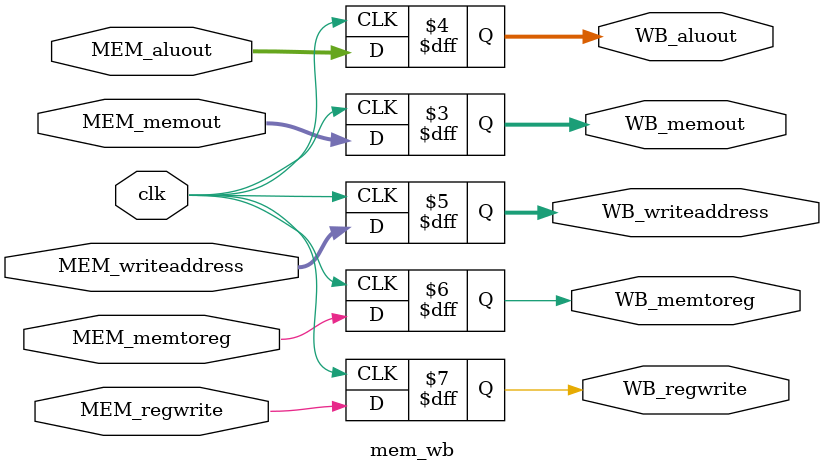
<source format=v>
module mem_wb(clk,      //no flush
                MEM_memout, MEM_aluout,
                MEM_writeaddress, 
                MEM_memtoreg, MEM_regwrite,
                WB_memout, WB_aluout,
                WB_writeaddress,
                WB_memtoreg, WB_regwrite);

    input clk;
    input [31:0] MEM_memout, MEM_aluout;
    input [4:0] MEM_writeaddress;
    input MEM_memtoreg, MEM_regwrite;

    output [31:0] WB_memout, WB_aluout;
    output [4:0] WB_writeaddress;
    output WB_memtoreg, WB_regwrite;

    reg [31:0] WB_memout, WB_aluout;
    reg [4:0] WB_writeaddress;
    reg WB_memtoreg, WB_regwrite;

    initial begin
      WB_memout <= 32'b0;
      WB_aluout <= 32'b0;
      WB_writeaddress <= 5'b0;
      WB_memtoreg <= 1'b0;
      WB_regwrite <= 1'b0;
    end

    always @ (posedge clk) begin
      WB_memout <= MEM_memout;
      WB_aluout <= MEM_aluout;
      WB_writeaddress <= MEM_writeaddress;
      WB_memtoreg <= MEM_memtoreg;
      WB_regwrite <= MEM_regwrite;
    end

endmodule
</source>
